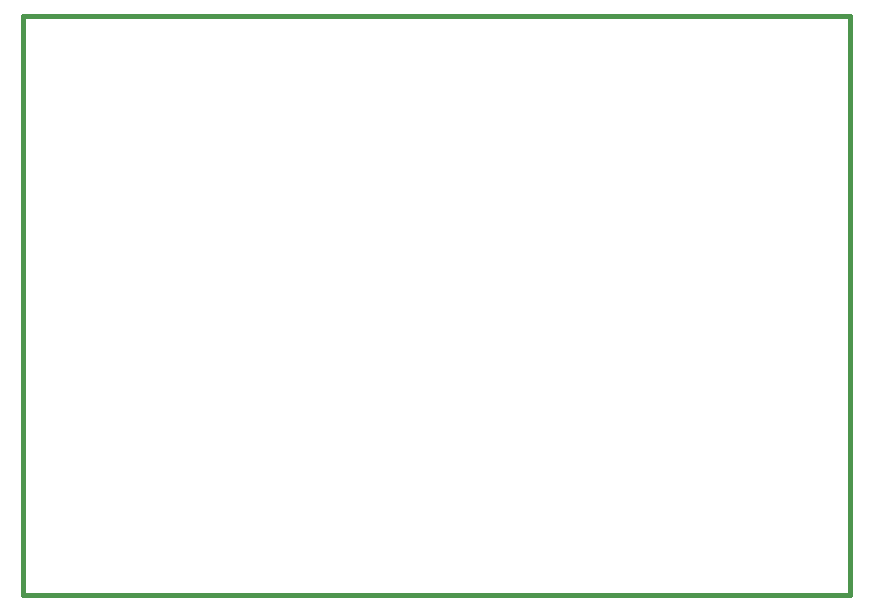
<source format=gbr>
G04 (created by PCBNEW-RS274X (2012-jan-04)-stable) date Tue 06 Mar 2012 12:01:17 GMT*
G01*
G70*
G90*
%MOIN*%
G04 Gerber Fmt 3.4, Leading zero omitted, Abs format*
%FSLAX34Y34*%
G04 APERTURE LIST*
%ADD10C,0.006000*%
%ADD11C,0.015000*%
G04 APERTURE END LIST*
G54D10*
G54D11*
X43307Y-42520D02*
X70867Y-42520D01*
X43307Y-23229D02*
X43307Y-42520D01*
X70867Y-23229D02*
X43307Y-23229D01*
X70867Y-23229D02*
X70867Y-42520D01*
M02*

</source>
